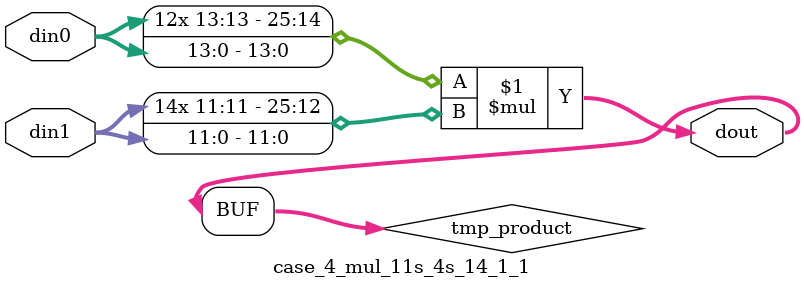
<source format=v>

`timescale 1 ns / 1 ps

 module case_4_mul_11s_4s_14_1_1(din0, din1, dout);
parameter ID = 1;
parameter NUM_STAGE = 0;
parameter din0_WIDTH = 14;
parameter din1_WIDTH = 12;
parameter dout_WIDTH = 26;

input [din0_WIDTH - 1 : 0] din0; 
input [din1_WIDTH - 1 : 0] din1; 
output [dout_WIDTH - 1 : 0] dout;

wire signed [dout_WIDTH - 1 : 0] tmp_product;



























assign tmp_product = $signed(din0) * $signed(din1);








assign dout = tmp_product;





















endmodule

</source>
